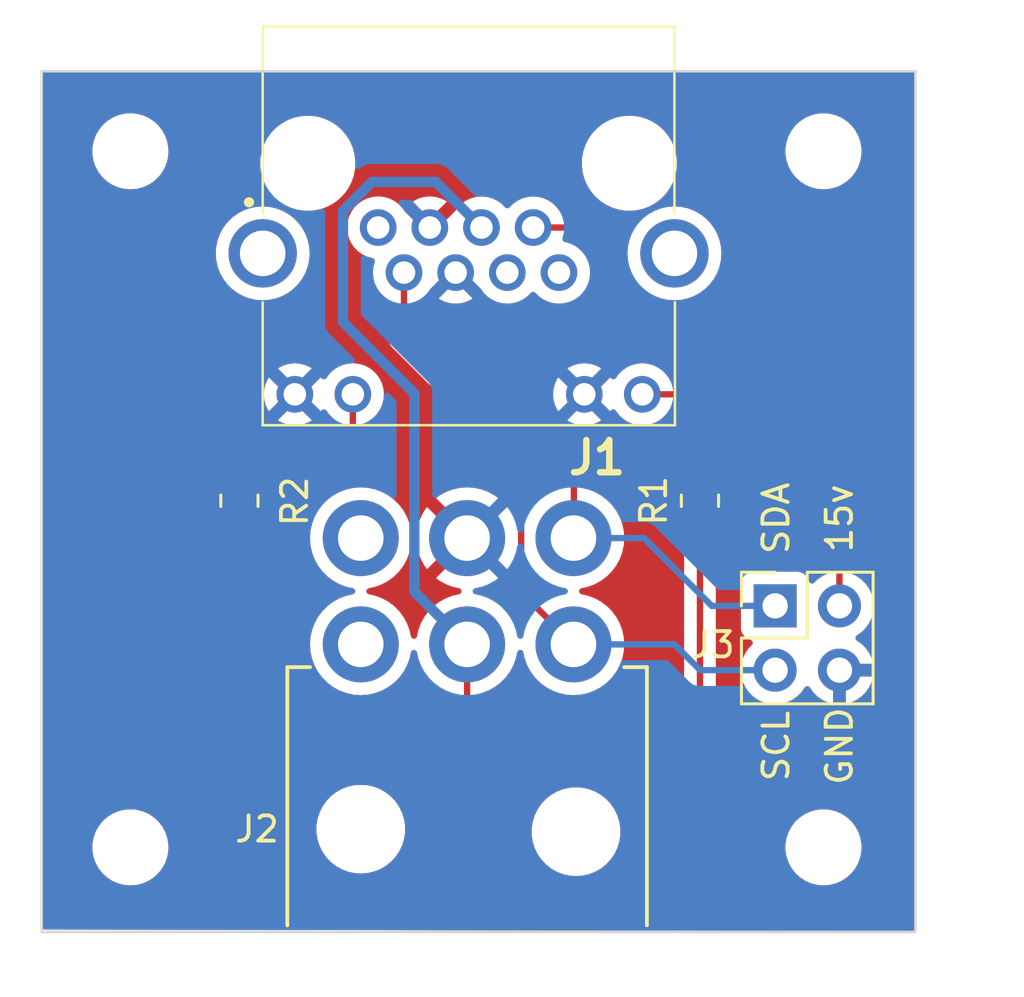
<source format=kicad_pcb>
(kicad_pcb (version 20221018) (generator pcbnew)
  (layers (0 "F.Cu" signal) (31 "B.Cu" signal) (34 "B.Paste" user) (35 "F.Paste" user) (36 "B.SilkS" user "B.Silkscreen") (37 "F.SilkS" user "F.Silkscreen") (38 "B.Mask" user) (39 "F.Mask" user) (44 "Edge.Cuts" user))
  (net 0 "")
  (net 1 "Net-(J1-Pad12)")
  (net 2 "GND")
  (net 3 "Net-(J1-Pad10)")
  (net 5 "SDA_L")
  (net 7 "+15V")
  (net 8 "SCL_L")
  (footprint "Resistor_SMD:R_0805_2012Metric" (layer "F.Cu") (at 153.4922 87.8059 90)
    (fp_text reference "R1" (at -0.0019 -1.8288 90) (layer "F.SilkS"))
    (fp_text value "R680")
    (fp_line (start -0.227064 -0.735) (end 0.227064 -0.735) (stroke (width 0.12)) (layer "F.SilkS"))
    (fp_line (start -0.227064 0.735) (end 0.227064 0.735) (stroke (width 0.12)) (layer "F.SilkS"))
    (pad "1" smd roundrect (at -0.9125 0 90) (size 1.025 1.4) (layers "F.Cu" "F.Paste" "F.Mask") (roundrect_rratio 0.243902439) (net 7 "+15V"))
    (pad "2" smd roundrect (at 0.9125 0 90) (size 1.025 1.4) (layers "F.Cu" "F.Paste" "F.Mask") (roundrect_rratio 0.243902439) (net 1 "Net-(J1-Pad12)"))
  )
  (footprint "Connector_PinHeader_2.54mm:PinHeader_2x02_P2.54mm_Vertical" (layer "F.Cu") (at 156.46 91.96)
    (fp_text reference "J3" (at -2.46 1.54) (layer "F.SilkS"))
    (fp_text value "Conn_02x02_Odd_Even")
    (fp_line (start -1.33 -1.33) (end 0 -1.33) (stroke (width 0.12)) (layer "F.SilkS"))
    (fp_line (start -1.33 0) (end -1.33 -1.33) (stroke (width 0.12)) (layer "F.SilkS"))
    (fp_line (start -1.33 1.27) (end -1.33 3.87) (stroke (width 0.12)) (layer "F.SilkS"))
    (fp_line (start -1.33 1.27) (end 1.27 1.27) (stroke (width 0.12)) (layer "F.SilkS"))
    (fp_line (start -1.33 3.87) (end 3.87 3.87) (stroke (width 0.12)) (layer "F.SilkS"))
    (fp_line (start 1.27 -1.33) (end 3.87 -1.33) (stroke (width 0.12)) (layer "F.SilkS"))
    (fp_line (start 1.27 1.27) (end 1.27 -1.33) (stroke (width 0.12)) (layer "F.SilkS"))
    (fp_line (start 3.87 -1.33) (end 3.87 3.87) (stroke (width 0.12)) (layer "F.SilkS"))
    (pad "1" thru_hole rect (at 0 0) (size 1.7 1.7) (drill 1) (layers "*.Cu" "*.Mask") (net 5 "SDA_L"))
    (pad "2" thru_hole oval (at 2.54 0) (size 1.7 1.7) (drill 1) (layers "*.Cu" "*.Mask") (net 7 "+15V"))
    (pad "3" thru_hole oval (at 0 2.54) (size 1.7 1.7) (drill 1) (layers "*.Cu" "*.Mask") (net 8 "SCL_L"))
    (pad "4" thru_hole oval (at 2.54 2.54) (size 1.7 1.7) (drill 1) (layers "*.Cu" "*.Mask") (net 2 "GND"))
  )
  (footprint "Resistor_SMD:R_0805_2012Metric" (layer "F.Cu") (at 135.3058 87.8059 90)
    (fp_text reference "R2" (at -0.0273 2.1844 90) (layer "F.SilkS"))
    (fp_text value "R680")
    (fp_line (start -0.227064 -0.735) (end 0.227064 -0.735) (stroke (width 0.12)) (layer "F.SilkS"))
    (fp_line (start -0.227064 0.735) (end 0.227064 0.735) (stroke (width 0.12)) (layer "F.SilkS"))
    (pad "1" smd roundrect (at -0.9125 0 90) (size 1.025 1.4) (layers "F.Cu" "F.Paste" "F.Mask") (roundrect_rratio 0.243902439) (net 7 "+15V"))
    (pad "2" smd roundrect (at 0.9125 0 90) (size 1.025 1.4) (layers "F.Cu" "F.Paste" "F.Mask") (roundrect_rratio 0.243902439) (net 3 "Net-(J1-Pad10)"))
  )
  (footprint "MountingHole:MountingHole_2.5mm" (layer "F.Cu") (at 158.369 101.5)
    (fp_text reference "H3" hide)
    (fp_text value "MountingHole")
    (pad "" np_thru_hole circle (at 0 0) (size 2.5 2.5) (drill 2.5) (layers "*.Cu" "*.Mask"))
  )
  (footprint "MountingHole:MountingHole_2.5mm" (layer "F.Cu") (at 158.369 74)
    (fp_text reference "H1" hide)
    (fp_text value "MountingHole")
    (pad "" np_thru_hole circle (at 0 0) (size 2.5 2.5) (drill 2.5) (layers "*.Cu" "*.Mask"))
  )
  (footprint "nrg_watch:RRJ45R08PC000" (layer "F.Cu") (at 140.7842 77.0128 180)
    (fp_text reference "J1" (at -8.644 -9.0932) (layer "F.SilkS") (effects (font (size 1.27 1.27) (thickness 0.254))))
    (fp_text value "RJ45_LED_Shielded" hide)
    (fp_line (start -11.72 -7.81) (end 4.56 -7.81) (stroke (width 0.1)) (layer "F.SilkS"))
    (fp_line (start -11.72 -2.96) (end -11.72 -7.81) (stroke (width 0.1)) (layer "F.SilkS"))
    (fp_line (start -11.7 0.54) (end -11.7 7.94) (stroke (width 0.1)) (layer "F.SilkS"))
    (fp_line (start -11.7 7.94) (end 4.56 7.94) (stroke (width 0.1)) (layer "F.SilkS"))
    (fp_line (start 4.56 -7.81) (end 4.56 -2.96) (stroke (width 0.1)) (layer "F.SilkS"))
    (fp_line (start 4.56 7.94) (end 4.56 0.54) (stroke (width 0.1)) (layer "F.SilkS"))
    (fp_line (start 5 1) (end 5 1) (stroke (width 0.2)) (layer "F.SilkS"))
    (fp_line (start 5.2 1) (end 5.2 1) (stroke (width 0.2)) (layer "F.SilkS"))
    (fp_arc (start 5 1) (mid 5.1 0.9) (end 5.2 1) (stroke (width 0.2)) (layer "F.SilkS"))
    (fp_arc (start 5.2 1) (mid 5.1 1.1) (end 5 1) (stroke (width 0.2)) (layer "F.SilkS"))
    (pad "" np_thru_hole circle (at -9.92 2.54 180) (size 0.001 0.001) (drill 3.25) (layers "*.Cu" "*.Mask"))
    (pad "" np_thru_hole circle (at 2.78 2.54 180) (size 0.001 0.001) (drill 3.25) (layers "*.Cu" "*.Mask"))
    (pad "1" thru_hole circle (at 0 0 180) (size 1.446 1.446) (drill 0.89) (layers "*.Cu" "*.Mask"))
    (pad "2" thru_hole circle (at -1.02 -1.78 180) (size 1.446 1.446) (drill 0.89) (layers "*.Cu" "*.Mask") (net 8 "SCL_L"))
    (pad "3" thru_hole circle (at -2.04 0 180) (size 1.446 1.446) (drill 0.89) (layers "*.Cu" "*.Mask") (net 2 "GND"))
    (pad "4" thru_hole circle (at -3.06 -1.78 180) (size 1.446 1.446) (drill 0.89) (layers "*.Cu" "*.Mask") (net 2 "GND"))
    (pad "5" thru_hole circle (at -4.08 0 180) (size 1.446 1.446) (drill 0.89) (layers "*.Cu" "*.Mask") (net 7 "+15V"))
    (pad "6" thru_hole circle (at -5.1 -1.78 180) (size 1.446 1.446) (drill 0.89) (layers "*.Cu" "*.Mask"))
    (pad "7" thru_hole circle (at -6.12 0 180) (size 1.446 1.446) (drill 0.89) (layers "*.Cu" "*.Mask") (net 5 "SDA_L"))
    (pad "8" thru_hole circle (at -7.14 -1.78 180) (size 1.446 1.446) (drill 0.89) (layers "*.Cu" "*.Mask"))
    (pad "9" thru_hole circle (at 3.29 -6.59 180) (size 1.446 1.446) (drill 0.89) (layers "*.Cu" "*.Mask") (net 2 "GND"))
    (pad "10" thru_hole circle (at 1 -6.59 180) (size 1.446 1.446) (drill 0.89) (layers "*.Cu" "*.Mask") (net 3 "Net-(J1-Pad10)"))
    (pad "11" thru_hole circle (at -8.14 -6.59 180) (size 1.446 1.446) (drill 0.89) (layers "*.Cu" "*.Mask") (net 2 "GND"))
    (pad "12" thru_hole circle (at -10.43 -6.59 180) (size 1.446 1.446) (drill 0.89) (layers "*.Cu" "*.Mask") (net 1 "Net-(J1-Pad12)"))
    (pad "MH1" thru_hole circle (at -11.7 -1.02 180) (size 2.7 2.7) (drill 1.8) (layers "*.Cu" "*.Mask"))
    (pad "MH2" thru_hole circle (at 4.56 -1.02 180) (size 2.7 2.7) (drill 1.8) (layers "*.Cu" "*.Mask"))
  )
  (footprint "MountingHole:MountingHole_2.5mm" (layer "F.Cu") (at 131 74)
    (fp_text reference "H2" hide)
    (fp_text value "MountingHole")
    (pad "" np_thru_hole circle (at 0 0) (size 2.5 2.5) (drill 2.5) (layers "*.Cu" "*.Mask"))
  )
  (footprint "nrg_watch:MOLEX PCI-e conn" (layer "F.Cu") (at 144.2974 100.7822 180)
    (fp_text reference "J2" (at 8.2974 0 unlocked) (layer "F.SilkS"))
    (fp_text value "~")
    (fp_line (start -7.1 6.4) (end -7.1 -3.8) (stroke (width 0.15)) (layer "F.SilkS"))
    (fp_line (start -6.2 6.4) (end -7.1 6.4) (stroke (width 0.15)) (layer "F.SilkS"))
    (fp_line (start 6.2 6.4) (end 7.1 6.4) (stroke (width 0.15)) (layer "F.SilkS"))
    (fp_line (start 7.1 6.4) (end 7.1 -3.8) (stroke (width 0.15)) (layer "F.SilkS"))
    (pad "" np_thru_hole circle (at -4.3 -0.1 180) (size 3 3) (drill 3) (layers "F&B.Cu" "*.Mask"))
    (pad "" np_thru_hole circle (at 4.2 0 180) (size 3 3) (drill 3) (layers "F&B.Cu" "*.Mask"))
    (pad "1" thru_hole circle (at -4.2 7.3 180) (size 3 3) (drill 1.8) (layers "*.Cu" "*.Mask") (net 8 "SCL_L"))
    (pad "2" thru_hole circle (at 0 7.3 180) (size 3 3) (drill 1.8) (layers "*.Cu" "*.Mask") (net 7 "+15V"))
    (pad "3" thru_hole circle (at 4.2 7.3 180) (size 3 3) (drill 1.8) (layers "*.Cu" "*.Mask"))
    (pad "4" thru_hole circle (at -4.2 11.5 180) (size 3 3) (drill 1.8) (layers "*.Cu" "*.Mask") (net 5 "SDA_L"))
    (pad "5" thru_hole circle (at 0 11.5 180) (size 3 3) (drill 1.8) (layers "*.Cu" "*.Mask") (net 2 "GND"))
    (pad "6" thru_hole circle (at 4.2 11.5 180) (size 3 3) (drill 1.8) (layers "*.Cu" "*.Mask"))
  )
  (footprint "MountingHole:MountingHole_2.5mm" (layer "F.Cu") (at 131 101.5)
    (fp_text reference "H4" hide)
    (fp_text value "MountingHole")
    (pad "" np_thru_hole circle (at 0 0) (size 2.5 2.5) (drill 2.5) (layers "*.Cu" "*.Mask"))
  )
  (gr_line (start 162 70.8406) (end 162 104.8406) (stroke (width 0.1)) (layer "Edge.Cuts"))
  (gr_line (start 127.5 104.8406) (end 162 104.8406) (stroke (width 0.1)) (layer "Edge.Cuts"))
  (gr_line (start 127.5 70.8406) (end 127.5 104.8406) (stroke (width 0.1)) (layer "Edge.Cuts"))
  (gr_line (start 127.5 70.8406) (end 162 70.8406) (stroke (width 0.1)) (layer "Edge.Cuts"))
  (gr_text "SCL" (at 156.5 97.5 90) (layer "F.SilkS") (effects (font (size 1 1))))
  (gr_text "GND" (at 159 97.5 90) (layer "F.SilkS") (effects (font (size 1 1))))
  (gr_text "SDA\n" (at 156.5 88.5 90) (layer "F.SilkS") (effects (font (size 1 1))))
  (gr_text "15v" (at 159 88.5 90) (layer "F.SilkS") (effects (font (size 1 1))))
  (segment (start 152.9448 83.6028) (end 151.2142 83.6028) (width 0.25) (layer "F.Cu") (net 1))
  (segment (start 153.4922 84.1502) (end 153.4922 86.8934) (width 0.25) (layer "F.Cu") (net 1))
  (segment (start 152.9448 83.6028) (end 153.4922 84.1502) (width 0.25) (layer "F.Cu") (net 1))
  (segment (start 137.8458 86.8934) (end 139.7842 84.955) (width 0.25) (layer "F.Cu") (net 3))
  (segment (start 139.7842 84.955) (end 139.7842 83.6028) (width 0.25) (layer "F.Cu") (net 3))
  (segment (start 137.8458 86.8934) (end 135.3058 86.8934) (width 0.25) (layer "F.Cu") (net 3))
  (segment (start 147.1168 84.4804) (end 148.5138 85.8774) (width 0.25) (layer "F.Cu") (net 5))
  (segment (start 146.9042 77.0128) (end 148.9202 77.0128) (width 0.25) (layer "F.Cu") (net 5))
  (segment (start 148.5138 89.2658) (end 148.4974 89.2822) (width 0.25) (layer "F.Cu") (net 5))
  (segment (start 149.606 79.8576) (end 147.1168 82.3468) (width 0.25) (layer "F.Cu") (net 5))
  (segment (start 148.5138 85.8774) (end 148.5138 89.2658) (width 0.25) (layer "F.Cu") (net 5))
  (segment (start 148.9202 77.0128) (end 149.606 77.6986) (width 0.25) (layer "F.Cu") (net 5))
  (segment (start 147.1168 82.3468) (end 147.1168 84.4804) (width 0.25) (layer "F.Cu") (net 5))
  (segment (start 149.606 77.6986) (end 149.606 79.8576) (width 0.25) (layer "F.Cu") (net 5))
  (segment (start 148.4974 89.2822) (end 151.2822 89.2822) (width 0.25) (layer "B.Cu") (net 5))
  (segment (start 153.96 91.96) (end 156.46 91.96) (width 0.25) (layer "B.Cu") (net 5))
  (segment (start 151.2822 89.2822) (end 153.96 91.96) (width 0.25) (layer "B.Cu") (net 5))
  (segment (start 157.7184 88.7184) (end 159 90) (width 0.25) (layer "F.Cu") (net 7))
  (segment (start 153.4922 88.7184) (end 157.7184 88.7184) (width 0.25) (layer "F.Cu") (net 7))
  (segment (start 135.3058 88.7184) (end 135.3058 95.2754) (width 0.25) (layer "F.Cu") (net 7))
  (segment (start 135.3058 95.2754) (end 136.5758 96.5454) (width 0.25) (layer "F.Cu") (net 7))
  (segment (start 159 90) (end 159 91.96) (width 0.25) (layer "F.Cu") (net 7))
  (segment (start 136.5758 96.5454) (end 144.2974 96.5454) (width 0.25) (layer "F.Cu") (net 7))
  (segment (start 153.4922 95.377) (end 152.3238 96.5454) (width 0.25) (layer "F.Cu") (net 7))
  (segment (start 144.2974 96.5454) (end 144.2974 93.4822) (width 0.25) (layer "F.Cu") (net 7))
  (segment (start 153.4922 88.7184) (end 153.4922 95.377) (width 0.25) (layer "F.Cu") (net 7))
  (segment (start 152.3238 96.5454) (end 144.2974 96.5454) (width 0.25) (layer "F.Cu") (net 7))
  (segment (start 144.8642 77.0128) (end 143.0608 75.2094) (width 0.4064) (layer "B.Cu") (net 7))
  (segment (start 139.3952 80.7466) (end 142.2146 83.566) (width 0.4064) (layer "B.Cu") (net 7))
  (segment (start 142.2146 91.3994) (end 144.2974 93.4822) (width 0.4064) (layer "B.Cu") (net 7))
  (segment (start 140.5382 75.2094) (end 139.3952 76.3524) (width 0.4064) (layer "B.Cu") (net 7))
  (segment (start 143.0608 75.2094) (end 140.5382 75.2094) (width 0.4064) (layer "B.Cu") (net 7))
  (segment (start 139.3952 76.3524) (end 139.3952 80.7466) (width 0.4064) (layer "B.Cu") (net 7))
  (segment (start 142.2146 83.566) (end 142.2146 91.3994) (width 0.4064) (layer "B.Cu") (net 7))
  (segment (start 146.431 85.9536) (end 146.431 91.4158) (width 0.25) (layer "F.Cu") (net 8))
  (segment (start 141.8042 81.3268) (end 146.431 85.9536) (width 0.25) (layer "F.Cu") (net 8))
  (segment (start 146.431 91.4158) (end 148.4974 93.4822) (width 0.25) (layer "F.Cu") (net 8))
  (segment (start 141.8042 78.7928) (end 141.8042 81.3268) (width 0.25) (layer "F.Cu") (net 8))
  (segment (start 153.5 94.5) (end 156.46 94.5) (width 0.25) (layer "B.Cu") (net 8))
  (segment (start 148.4974 93.4822) (end 152.4822 93.4822) (width 0.25) (layer "B.Cu") (net 8))
  (segment (start 152.4822 93.4822) (end 153.5 94.5) (width 0.25) (layer "B.Cu") (net 8))
  (zone (net 2) (net_name "GND") (layer "F.Cu") (connect_pads (clearance 0.5)) (min_thickness 0.25) (fill yes (thermal_gap 0.5) (thermal_bridge_width 0.5))
    (polygon (pts (xy 127.5 70.8406) (xy 162 70.8406) (xy 162 104.8004) (xy 127.5 104.7496)))
  )
  (zone (net 2) (net_name "GND") (layer "B.Cu") (connect_pads (clearance 0.5)) (min_thickness 0.25) (fill yes (thermal_gap 0.5) (thermal_bridge_width 0.5))
    (polygon (pts (xy 127.5 70.8406) (xy 162 70.8406) (xy 162 104.8004) (xy 127.5 104.7496)))
  )
)
</source>
